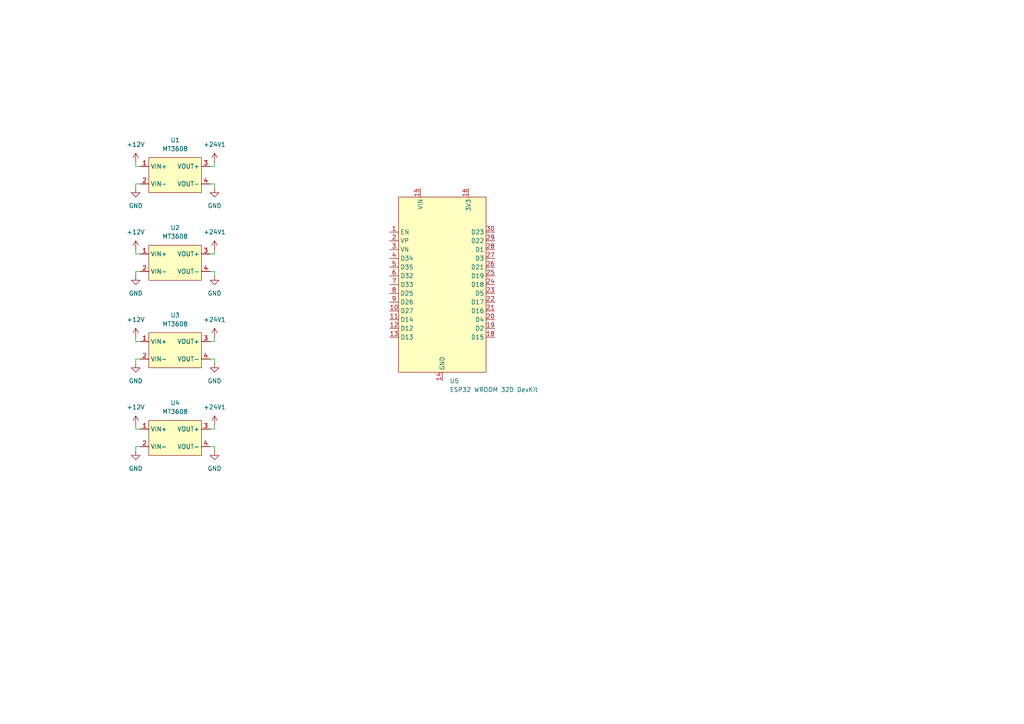
<source format=kicad_sch>
(kicad_sch (version 20250114) (generator "eeschema") (generator_version "9.0")
  (paper "A4")
  (lib_symbols
    (symbol "control_board_pcb:ESP_WROOM_32D_DevKit"
      (property "Reference" "U" (at -12.446 27.94 0))
      (property "Value" "ESP32 WROOM 32D DevKit" (at 0 0 0))
      (symbol "ESP_WROOM_32D_DevKit_1_1"
        (rectangle (start -12.7 25.4) (end 12.7 -25.4) (fill (type background)))
        (pin bidirectional line (at -15.24 15.24 0) (length 2.54) (name "EN") (number "1"))
        (pin bidirectional line (at -15.24 12.7 0) (length 2.54) (name "VP") (number "2"))
        (pin bidirectional line (at -15.24 10.16 0) (length 2.54) (name "VN") (number "3"))
        (pin bidirectional line (at -15.24 7.62 0) (length 2.54) (name "D34") (number "4"))
        (pin bidirectional line (at -15.24 5.08 0) (length 2.54) (name "D35") (number "5"))
        (pin bidirectional line (at -15.24 2.54 0) (length 2.54) (name "D32") (number "6"))
        (pin bidirectional line (at -15.24 0 0) (length 2.54) (name "D33") (number "7"))
        (pin bidirectional line (at -15.24 -2.54 0) (length 2.54) (name "D25") (number "8"))
        (pin bidirectional line (at -15.24 -5.08 0) (length 2.54) (name "D26") (number "9"))
        (pin bidirectional line (at -15.24 -7.62 0) (length 2.54) (name "D27") (number "10"))
        (pin bidirectional line (at -15.24 -10.16 0) (length 2.54) (name "D14") (number "11"))
        (pin bidirectional line (at -15.24 -12.7 0) (length 2.54) (name "D12") (number "12"))
        (pin bidirectional line (at -15.24 -15.24 0) (length 2.54) (name "D13") (number "13"))
        (pin power_out line (at -6.35 27.94 270) (length 2.54) (name "VIN") (number "15"))
        (pin power_out line (at 0 -27.94 90) (length 2.54) (name "GND") (number "14"))
        (pin power_out line (at 0 -27.94 90) (length 2.54) (hide yes) (name "GND") (number "17"))
        (pin power_out line (at 7.62 27.94 270) (length 2.54) (name "3V3") (number "16"))
        (pin bidirectional line (at 15.24 15.24 180) (length 2.54) (name "D23") (number "30"))
        (pin bidirectional line (at 15.24 12.7 180) (length 2.54) (name "D22") (number "29"))
        (pin bidirectional line (at 15.24 10.16 180) (length 2.54) (name "D1") (number "28"))
        (pin bidirectional line (at 15.24 7.62 180) (length 2.54) (name "D3") (number "27"))
        (pin bidirectional line (at 15.24 5.08 180) (length 2.54) (name "D21") (number "26"))
        (pin bidirectional line (at 15.24 2.54 180) (length 2.54) (name "D19") (number "25"))
        (pin bidirectional line (at 15.24 0 180) (length 2.54) (name "D18") (number "24"))
        (pin bidirectional line (at 15.24 -2.54 180) (length 2.54) (name "D5") (number "23"))
        (pin bidirectional line (at 15.24 -5.08 180) (length 2.54) (name "D17") (number "22"))
        (pin bidirectional line (at 15.24 -7.62 180) (length 2.54) (name "D16") (number "21"))
        (pin bidirectional line (at 15.24 -10.16 180) (length 2.54) (name "D4") (number "20"))
        (pin bidirectional line (at 15.24 -12.7 180) (length 2.54) (name "D2") (number "19"))
        (pin bidirectional line (at 15.24 -15.24 180) (length 2.54) (name "D15") (number "18"))
      )
    )
    (symbol "control_board_pcb:MT3608_Boost_Converter"
      (property "Reference" "U" (at -7.112 6.096 0))
      (property "Value" "MT3608" (at 0 0 0))
      (symbol "MT3608_Boost_Converter_1_1"
        (rectangle (start -7.62 5.08) (end 7.62 -5.08) (fill (type background)))
        (pin input line (at -10.16 2.54 0) (length 2.54) (name "VIN+") (number "1"))
        (pin input line (at -10.16 -2.54 0) (length 2.54) (name "VIN-") (number "2"))
        (pin input line (at 10.16 2.54 180) (length 2.54) (name "VOUT+") (number "3"))
        (pin input line (at 10.16 -2.54 180) (length 2.54) (name "VOUT-") (number "4"))
      )
    )
    (symbol "power:+12V" (power) (pin_numbers (hide yes)) (pin_names (offset 0) (hide yes))
      (property "Value" "+12V" (at 0 3.556 0))
      (symbol "+12V_0_1"
        (polyline (pts (xy -0.762 1.27) (xy 0 2.54)))
        (polyline (pts (xy 0 2.54) (xy 0.762 1.27)))
        (polyline (pts (xy 0 0) (xy 0 2.54)))
      )
      (symbol "+12V_1_1"
        (pin power_in line (at 0 0 90) (length 0) (name "~") (number "1"))
      )
    )
    (symbol "power:GND" (power) (pin_numbers (hide yes)) (pin_names (offset 0) (hide yes))
      (property "Value" "GND" (at 0 -3.81 0))
      (symbol "GND_0_1"
        (polyline (pts (xy 0 0) (xy 0 -1.27) (xy 1.27 -1.27) (xy 0 -2.54) (xy -1.27 -1.27) (xy 0 -1.27)))
      )
      (symbol "GND_1_1"
        (pin power_in line (at 0 0 270) (length 0) (name "~") (number "1"))
      )
    )
  )
  (wire (pts (xy 39.37 99.06) (xy 40.64 99.06)))
  (wire (pts (xy 39.37 104.14) (xy 40.64 104.14)))
  (wire (pts (xy 60.96 78.74) (xy 62.23 78.74)))
  (wire (pts (xy 60.96 104.14) (xy 62.23 104.14)))
  (wire (pts (xy 60.96 48.26) (xy 62.23 48.26)))
  (wire (pts (xy 60.96 99.06) (xy 62.23 99.06)))
  (wire (pts (xy 62.23 123.19) (xy 62.23 124.46)))
  (wire (pts (xy 39.37 124.46) (xy 40.64 124.46)))
  (wire (pts (xy 62.23 129.54) (xy 62.23 130.81)))
  (wire (pts (xy 39.37 48.26) (xy 40.64 48.26)))
  (wire (pts (xy 62.23 72.39) (xy 62.23 73.66)))
  (wire (pts (xy 39.37 105.41) (xy 39.37 104.14)))
  (wire (pts (xy 62.23 46.99) (xy 62.23 48.26)))
  (wire (pts (xy 39.37 54.61) (xy 39.37 53.34)))
  (wire (pts (xy 62.23 78.74) (xy 62.23 80.01)))
  (wire (pts (xy 60.96 129.54) (xy 62.23 129.54)))
  (wire (pts (xy 62.23 104.14) (xy 62.23 105.41)))
  (wire (pts (xy 60.96 73.66) (xy 62.23 73.66)))
  (wire (pts (xy 60.96 53.34) (xy 62.23 53.34)))
  (wire (pts (xy 39.37 73.66) (xy 40.64 73.66)))
  (wire (pts (xy 62.23 97.79) (xy 62.23 99.06)))
  (wire (pts (xy 39.37 129.54) (xy 40.64 129.54)))
  (wire (pts (xy 39.37 53.34) (xy 40.64 53.34)))
  (wire (pts (xy 39.37 78.74) (xy 40.64 78.74)))
  (wire (pts (xy 39.37 123.19) (xy 39.37 124.46)))
  (wire (pts (xy 62.23 53.34) (xy 62.23 54.61)))
  (wire (pts (xy 39.37 97.79) (xy 39.37 99.06)))
  (wire (pts (xy 39.37 72.39) (xy 39.37 73.66)))
  (wire (pts (xy 39.37 130.81) (xy 39.37 129.54)))
  (wire (pts (xy 39.37 46.99) (xy 39.37 48.26)))
  (wire (pts (xy 39.37 80.01) (xy 39.37 78.74)))
  (wire (pts (xy 60.96 124.46) (xy 62.23 124.46)))
  (symbol (lib_id "power:+12V") (at 39.37 123.19 0) (unit 1)
    (property "Reference" "#PWR012" (effects (hide yes)))
    (property "Value" "+12V" (at 39.37 118.11 0))
    (property "Description" "Power symbol creates a global label with name \"+12V\"" (effects (hide yes)))
  )
  (symbol (lib_id "power:GND") (at 39.37 130.81 0) (unit 1)
    (property "Reference" "#PWR04" (effects (hide yes)))
    (property "Value" "GND" (at 39.37 135.89 0))
    (property "Description" "Power symbol creates a global label with name \"GND\" , ground" (effects (hide yes)))
  )
  (symbol (lib_id "power:+12V") (at 62.23 46.99 0) (unit 1)
    (property "Reference" "#PWR013" (effects (hide yes)))
    (property "Value" "+24V1" (at 62.23 41.91 0))
    (property "Description" "Power symbol creates a global label with name \"+12V\"" (effects (hide yes)))
  )
  (symbol (lib_id "power:+12V") (at 39.37 72.39 0) (unit 1)
    (property "Reference" "#PWR010" (effects (hide yes)))
    (property "Value" "+12V" (at 39.37 67.31 0))
    (property "Description" "Power symbol creates a global label with name \"+12V\"" (effects (hide yes)))
  )
  (symbol (lib_id "power:+12V") (at 62.23 97.79 0) (unit 1)
    (property "Reference" "#PWR015" (effects (hide yes)))
    (property "Value" "+24V1" (at 62.23 92.71 0))
    (property "Description" "Power symbol creates a global label with name \"+12V\"" (effects (hide yes)))
  )
  (symbol (lib_id "power:+12V") (at 62.23 123.19 0) (unit 1)
    (property "Reference" "#PWR016" (effects (hide yes)))
    (property "Value" "+24V1" (at 62.23 118.11 0))
    (property "Description" "Power symbol creates a global label with name \"+12V\"" (effects (hide yes)))
  )
  (symbol (lib_id "control_board_pcb:MT3608_Boost_Converter") (at 50.8 76.2 0) (unit 1)
    (property "Reference" "U2" (at 50.8 66.04 0))
    (property "Value" "MT3608" (at 50.8 68.58 0))
    (property "Footprint" "control_board_pcb:MT3608_Boost_Converter" (effects (hide yes)))
  )
  (symbol (lib_id "power:GND") (at 39.37 80.01 0) (unit 1)
    (property "Reference" "#PWR02" (effects (hide yes)))
    (property "Value" "GND" (at 39.37 85.09 0))
    (property "Description" "Power symbol creates a global label with name \"GND\" , ground" (effects (hide yes)))
  )
  (symbol (lib_id "power:GND") (at 62.23 130.81 0) (unit 1)
    (property "Reference" "#PWR06" (effects (hide yes)))
    (property "Value" "GND" (at 62.23 135.89 0))
    (property "Description" "Power symbol creates a global label with name \"GND\" , ground" (effects (hide yes)))
  )
  (symbol (lib_id "power:+12V") (at 39.37 97.79 0) (unit 1)
    (property "Reference" "#PWR011" (effects (hide yes)))
    (property "Value" "+12V" (at 39.37 92.71 0))
    (property "Description" "Power symbol creates a global label with name \"+12V\"" (effects (hide yes)))
  )
  (symbol (lib_id "power:GND") (at 62.23 54.61 0) (unit 1)
    (property "Reference" "#PWR08" (effects (hide yes)))
    (property "Value" "GND" (at 62.23 59.69 0))
    (property "Description" "Power symbol creates a global label with name \"GND\" , ground" (effects (hide yes)))
  )
  (symbol (lib_id "control_board_pcb:MT3608_Boost_Converter") (at 50.8 127 0) (unit 1)
    (property "Reference" "U4" (at 50.8 116.84 0))
    (property "Value" "MT3608" (at 50.8 119.38 0))
    (property "Footprint" "control_board_pcb:MT3608_Boost_Converter" (effects (hide yes)))
  )
  (symbol (lib_id "power:+12V") (at 39.37 46.99 0) (unit 1)
    (property "Reference" "#PWR09" (effects (hide yes)))
    (property "Value" "+12V" (at 39.37 41.91 0))
    (property "Description" "Power symbol creates a global label with name \"+12V\"" (effects (hide yes)))
  )
  (symbol (lib_id "power:GND") (at 62.23 105.41 0) (unit 1)
    (property "Reference" "#PWR05" (effects (hide yes)))
    (property "Value" "GND" (at 62.23 110.49 0))
    (property "Description" "Power symbol creates a global label with name \"GND\" , ground" (effects (hide yes)))
  )
  (symbol (lib_id "power:GND") (at 62.23 80.01 0) (unit 1)
    (property "Reference" "#PWR07" (effects (hide yes)))
    (property "Value" "GND" (at 62.23 85.09 0))
    (property "Description" "Power symbol creates a global label with name \"GND\" , ground" (effects (hide yes)))
  )
  (symbol (lib_id "power:GND") (at 39.37 54.61 0) (unit 1)
    (property "Reference" "#PWR01" (effects (hide yes)))
    (property "Value" "GND" (at 39.37 59.69 0))
    (property "Description" "Power symbol creates a global label with name \"GND\" , ground" (effects (hide yes)))
  )
  (symbol (lib_id "control_board_pcb:MT3608_Boost_Converter") (at 50.8 50.8 0) (unit 1)
    (property "Reference" "U1" (at 50.8 40.64 0))
    (property "Value" "MT3608" (at 50.8 43.18 0))
    (property "Footprint" "control_board_pcb:MT3608_Boost_Converter" (effects (hide yes)))
  )
  (symbol (lib_id "control_board_pcb:MT3608_Boost_Converter") (at 50.8 101.6 0) (unit 1)
    (property "Reference" "U3" (at 50.8 91.44 0))
    (property "Value" "MT3608" (at 50.8 93.98 0))
    (property "Footprint" "control_board_pcb:MT3608_Boost_Converter" (effects (hide yes)))
  )
  (symbol (lib_id "control_board_pcb:ESP_WROOM_32D_DevKit") (at 128.27 82.55 0) (unit 1)
    (property "Reference" "U5" (at 130.4133 110.49 0) (effects (justify left)))
    (property "Value" "ESP32 WROOM 32D DevKit" (at 130.4133 113.03 0) (effects (justify left)))
    (property "Footprint" "control_board_pcb:ESP32_Devkit_V1_DOIT_JWM_LessSilk" (effects (hide yes)))
  )
  (symbol (lib_id "power:+12V") (at 62.23 72.39 0) (unit 1)
    (property "Reference" "#PWR014" (effects (hide yes)))
    (property "Value" "+24V1" (at 62.23 67.31 0))
    (property "Description" "Power symbol creates a global label with name \"+12V\"" (effects (hide yes)))
  )
  (symbol (lib_id "power:GND") (at 39.37 105.41 0) (unit 1)
    (property "Reference" "#PWR03" (effects (hide yes)))
    (property "Value" "GND" (at 39.37 110.49 0))
    (property "Description" "Power symbol creates a global label with name \"GND\" , ground" (effects (hide yes)))
  )
)
</source>
